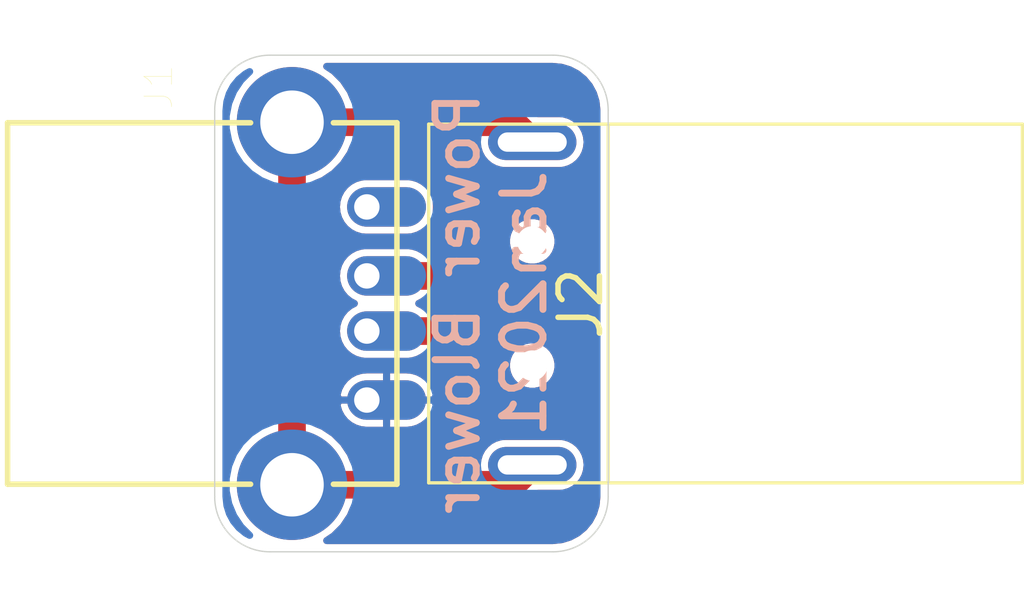
<source format=kicad_pcb>
(kicad_pcb (version 20171130) (host pcbnew 5.1.7-a382d34a8~88~ubuntu20.04.1)

  (general
    (thickness 1.6)
    (drawings 9)
    (tracks 7)
    (zones 0)
    (modules 2)
    (nets 7)
  )

  (page A4)
  (layers
    (0 F.Cu signal)
    (31 B.Cu signal)
    (32 B.Adhes user)
    (33 F.Adhes user)
    (34 B.Paste user)
    (35 F.Paste user)
    (36 B.SilkS user)
    (37 F.SilkS user)
    (38 B.Mask user)
    (39 F.Mask user)
    (40 Dwgs.User user)
    (41 Cmts.User user)
    (42 Eco1.User user)
    (43 Eco2.User user)
    (44 Edge.Cuts user)
    (45 Margin user)
    (46 B.CrtYd user)
    (47 F.CrtYd user)
    (48 B.Fab user)
    (49 F.Fab user)
  )

  (setup
    (last_trace_width 1)
    (user_trace_width 1)
    (trace_clearance 0.2)
    (zone_clearance 0.508)
    (zone_45_only no)
    (trace_min 0.2)
    (via_size 0.8)
    (via_drill 0.4)
    (via_min_size 0.4)
    (via_min_drill 0.3)
    (uvia_size 0.3)
    (uvia_drill 0.1)
    (uvias_allowed no)
    (uvia_min_size 0.2)
    (uvia_min_drill 0.1)
    (edge_width 0.05)
    (segment_width 0.2)
    (pcb_text_width 0.3)
    (pcb_text_size 1.5 1.5)
    (mod_edge_width 0.12)
    (mod_text_size 1 1)
    (mod_text_width 0.15)
    (pad_size 1.524 1.524)
    (pad_drill 0.762)
    (pad_to_mask_clearance 0)
    (aux_axis_origin 0 0)
    (visible_elements FFFFFF7F)
    (pcbplotparams
      (layerselection 0x010fc_ffffffff)
      (usegerberextensions false)
      (usegerberattributes true)
      (usegerberadvancedattributes true)
      (creategerberjobfile true)
      (excludeedgelayer true)
      (linewidth 0.100000)
      (plotframeref false)
      (viasonmask false)
      (mode 1)
      (useauxorigin false)
      (hpglpennumber 1)
      (hpglpenspeed 20)
      (hpglpendiameter 15.000000)
      (psnegative false)
      (psa4output false)
      (plotreference true)
      (plotvalue true)
      (plotinvisibletext false)
      (padsonsilk false)
      (subtractmaskfromsilk false)
      (outputformat 1)
      (mirror false)
      (drillshape 1)
      (scaleselection 1)
      (outputdirectory ""))
  )

  (net 0 "")
  (net 1 "Net-(J1-Pad3)")
  (net 2 "Net-(J1-Pad2)")
  (net 3 "Net-(J1-Pad5)")
  (net 4 "Net-(J1-Pad1)")
  (net 5 "Net-(J2-Pad1)")
  (net 6 GND)

  (net_class Default "This is the default net class."
    (clearance 0.2)
    (trace_width 0.25)
    (via_dia 0.8)
    (via_drill 0.4)
    (uvia_dia 0.3)
    (uvia_drill 0.1)
    (add_net GND)
    (add_net "Net-(J1-Pad1)")
    (add_net "Net-(J1-Pad2)")
    (add_net "Net-(J1-Pad3)")
    (add_net "Net-(J1-Pad5)")
    (add_net "Net-(J2-Pad1)")
  )

  (module tom-connectors:USB_A_PLUG_MOLEX_480372200 (layer F.Cu) (tedit 5FF2EB9F) (tstamp 5FF2A3F9)
    (at 167.5 96 90)
    (descr "Universal Serial Bus (USB) Shielded I/O Plug, Type A, Right-Angle, Surface Mount")
    (path /5FF2A8A5)
    (attr smd)
    (fp_text reference J2 (at 0 1.75 90) (layer F.SilkS)
      (effects (font (size 1.5 1.5) (thickness 0.2)))
    )
    (fp_text value USB_A (at 0 -5 90) (layer F.Fab)
      (effects (font (size 1.5 1.5) (thickness 0.2)))
    )
    (fp_line (start 6.5 17.75) (end -6.5 17.75) (layer F.SilkS) (width 0.12))
    (fp_line (start 6.5 -3.75) (end 6.5 17.75) (layer F.SilkS) (width 0.12))
    (fp_line (start -6.5 -3.75) (end 6.5 -3.75) (layer F.SilkS) (width 0.12))
    (fp_line (start -6.5 -3.75) (end -6.5 17.75) (layer F.SilkS) (width 0.12))
    (fp_line (start -6.5 -3.75) (end 6.5 -3.75) (layer F.CrtYd) (width 0.12))
    (fp_line (start 6.5 -3.75) (end 6.5 2.75) (layer F.CrtYd) (width 0.12))
    (fp_line (start 6.5 2.75) (end -6.5 2.75) (layer F.CrtYd) (width 0.12))
    (fp_line (start -6.5 2.75) (end -6.5 -3.75) (layer F.CrtYd) (width 0.12))
    (fp_line (start -6.5 2.75) (end 6.5 2.75) (layer F.SilkS) (width 0.12))
    (pad "" np_thru_hole circle (at 2.25 0 90) (size 1.1 1.1) (drill 1.1) (layers *.Cu *.Mask))
    (pad "" np_thru_hole circle (at -2.25 0 90) (size 1.1 1.1) (drill 1.1) (layers *.Cu *.Mask))
    (pad 4 smd rect (at -3.5 -2.6 90) (size 1.2 2) (layers F.Cu F.Paste F.Mask)
      (net 6 GND))
    (pad 3 smd rect (at -1 -2.6 90) (size 1.2 2) (layers F.Cu F.Paste F.Mask)
      (net 1 "Net-(J1-Pad3)"))
    (pad 2 smd rect (at 1 -2.6 90) (size 1.2 2) (layers F.Cu F.Paste F.Mask)
      (net 2 "Net-(J1-Pad2)"))
    (pad 1 smd rect (at 3.5 -2.6 90) (size 1.2 2) (layers F.Cu F.Paste F.Mask)
      (net 5 "Net-(J2-Pad1)"))
    (pad 5 thru_hole oval (at 5.85 0 90) (size 1.3 3.2) (drill oval 0.7 2.5) (layers *.Cu *.Mask)
      (net 3 "Net-(J1-Pad5)"))
    (pad 5 thru_hole oval (at -5.85 0 90) (size 1.3 3.2) (drill oval 0.7 2.5) (layers *.Cu *.Mask)
      (net 3 "Net-(J1-Pad5)"))
    (model /home/tom/git/TomKeddie/prj-pcb-experiments/tom-kicad/footprints/3dmodels/480372200.stp
      (offset (xyz 0 -8.4 0))
      (scale (xyz 1 1 1))
      (rotate (xyz -90 0 0))
    )
  )

  (module tom-connectors:OST_USB-A1HSW6 (layer F.Cu) (tedit 5F62EA29) (tstamp 5FF2A3EB)
    (at 155 96 270)
    (path /5FF2A3D4)
    (fp_text reference J1 (at -7.84845 1.02676 270) (layer F.SilkS)
      (effects (font (size 1.001717 1.001717) (thickness 0.015)))
    )
    (fp_text value USB_A (at 8.08097 -3.69734 270) (layer F.Fab)
      (effects (font (size 1.001984 1.001984) (thickness 0.015)))
    )
    (fp_line (start -6.8 -5.1) (end -6.8 -7.85) (layer F.CrtYd) (width 0.05))
    (fp_line (start -7.8 -5.1) (end -6.8 -5.1) (layer F.CrtYd) (width 0.05))
    (fp_line (start -7.8 -2.55) (end -7.8 -5.1) (layer F.CrtYd) (width 0.05))
    (fp_line (start -6.8 -2.55) (end -7.8 -2.55) (layer F.CrtYd) (width 0.05))
    (fp_line (start -6.8 6.75) (end -6.8 -2.55) (layer F.CrtYd) (width 0.05))
    (fp_line (start 6.8 6.75) (end -6.8 6.75) (layer F.CrtYd) (width 0.05))
    (fp_line (start 6.8 -2.55) (end 6.8 6.75) (layer F.CrtYd) (width 0.05))
    (fp_line (start 7.8 -2.55) (end 6.8 -2.55) (layer F.CrtYd) (width 0.05))
    (fp_line (start 7.8 -5.1) (end 7.8 -2.55) (layer F.CrtYd) (width 0.05))
    (fp_line (start 6.8 -5.1) (end 7.8 -5.1) (layer F.CrtYd) (width 0.05))
    (fp_line (start 6.8 -7.85) (end 6.8 -5.1) (layer F.CrtYd) (width 0.05))
    (fp_line (start -6.8 -7.85) (end 6.8 -7.85) (layer F.CrtYd) (width 0.05))
    (fp_line (start 6.55 -7.6) (end 6.55 -5.3) (layer F.SilkS) (width 0.2))
    (fp_line (start -6.55 -7.6) (end 6.55 -7.6) (layer F.SilkS) (width 0.2))
    (fp_line (start -6.55 -5.3) (end -6.55 -7.6) (layer F.SilkS) (width 0.2))
    (fp_line (start 6.55 6.5) (end 6.55 -2.3) (layer F.SilkS) (width 0.2))
    (fp_line (start -6.55 6.5) (end 6.55 6.5) (layer F.SilkS) (width 0.2))
    (fp_line (start -6.55 -2.3) (end -6.55 6.5) (layer F.SilkS) (width 0.2))
    (pad 4 thru_hole oval (at 3.5 -6.51 270) (size 1.428 2.856) (drill oval 0.92 (offset 0 -0.714)) (layers *.Cu *.Mask)
      (net 6 GND))
    (pad 3 thru_hole oval (at 1 -6.51 270) (size 1.428 2.856) (drill oval 0.92 (offset 0 -0.714)) (layers *.Cu *.Mask)
      (net 1 "Net-(J1-Pad3)"))
    (pad 2 thru_hole oval (at -1 -6.51 270) (size 1.428 2.856) (drill oval 0.92 (offset 0 -0.714)) (layers *.Cu *.Mask)
      (net 2 "Net-(J1-Pad2)"))
    (pad 5 thru_hole circle (at 6.57 -3.8 270) (size 4 4) (drill 2.3) (layers *.Cu *.Mask)
      (net 3 "Net-(J1-Pad5)"))
    (pad 5 thru_hole circle (at -6.57 -3.8 270) (size 4 4) (drill 2.3) (layers *.Cu *.Mask)
      (net 3 "Net-(J1-Pad5)"))
    (pad 1 thru_hole oval (at -3.5 -6.51 270) (size 1.428 2.856) (drill oval 0.92 (offset 0 -0.714)) (layers *.Cu *.Mask)
      (net 4 "Net-(J1-Pad1)"))
    (model /home/tom/git/TomKeddie/prj-pcb-experiments/tom-kicad/footprints/3dmodels/USB-A1HSW6--3DModel-STEP-56544.STEP
      (offset (xyz 0 -6.5 4))
      (scale (xyz 1 1 1))
      (rotate (xyz -90 0 0))
    )
  )

  (gr_text "Power Blower\nJan2021" (at 166 96 90) (layer B.SilkS)
    (effects (font (size 1.5 1.5) (thickness 0.25)) (justify mirror))
  )
  (gr_arc (start 168.25 103) (end 168.25 105) (angle -90) (layer Edge.Cuts) (width 0.05) (tstamp 5FF2EC0F))
  (gr_line (start 158 105) (end 168.25 105) (layer Edge.Cuts) (width 0.05))
  (gr_line (start 156 89) (end 156 103) (layer Edge.Cuts) (width 0.05) (tstamp 5FF2EC08))
  (gr_arc (start 158 103) (end 156 103) (angle -90) (layer Edge.Cuts) (width 0.05) (tstamp 5FF2EC01))
  (gr_line (start 168.25 87) (end 158 87) (layer Edge.Cuts) (width 0.05) (tstamp 5FF2EBF5))
  (gr_arc (start 168.25 89) (end 170.25 89) (angle -90) (layer Edge.Cuts) (width 0.05) (tstamp 5FF2EBE6))
  (gr_arc (start 158 89) (end 158 87) (angle -90) (layer Edge.Cuts) (width 0.05))
  (gr_line (start 170.25 103) (end 170.25 89) (layer Edge.Cuts) (width 0.05) (tstamp 5FF2A63C))

  (segment (start 164.9 97) (end 161.51 97) (width 1) (layer F.Cu) (net 1))
  (segment (start 164.9 95) (end 161.51 95) (width 1) (layer F.Cu) (net 2))
  (segment (start 158.8 102.57) (end 158.8 89.43) (width 1) (layer F.Cu) (net 3))
  (segment (start 166.78 89.43) (end 167.5 90.15) (width 1) (layer F.Cu) (net 3))
  (segment (start 158.8 89.43) (end 166.78 89.43) (width 1) (layer F.Cu) (net 3))
  (segment (start 166.78 102.57) (end 167.5 101.85) (width 1) (layer F.Cu) (net 3))
  (segment (start 158.8 102.57) (end 166.78 102.57) (width 1) (layer F.Cu) (net 3))

  (zone (net 6) (net_name GND) (layer F.Cu) (tstamp 0) (hatch edge 0.508)
    (connect_pads (clearance 0.254))
    (min_thickness 0.254)
    (fill yes (arc_segments 32) (thermal_gap 0.254) (thermal_bridge_width 0.255))
    (polygon
      (pts
        (xy 174 107) (xy 155 107) (xy 155 85) (xy 174 85)
      )
    )
    (filled_polygon
      (pts
        (xy 168.559229 87.438267) (xy 168.856688 87.528075) (xy 169.131028 87.673945) (xy 169.371813 87.870325) (xy 169.569873 88.109736)
        (xy 169.717654 88.383053) (xy 169.809535 88.679872) (xy 169.844001 89.007792) (xy 169.844 102.980146) (xy 169.811733 103.30923)
        (xy 169.721926 103.606684) (xy 169.576056 103.881025) (xy 169.379675 104.121813) (xy 169.140265 104.319871) (xy 168.866948 104.467654)
        (xy 168.570128 104.559535) (xy 168.242218 104.594) (xy 160.056558 104.594) (xy 160.317799 104.419444) (xy 160.649444 104.087799)
        (xy 160.910015 103.697827) (xy 161.012254 103.451) (xy 166.73673 103.451) (xy 166.78 103.455262) (xy 166.82327 103.451)
        (xy 166.823273 103.451) (xy 166.952706 103.438252) (xy 167.118775 103.387875) (xy 167.271825 103.306068) (xy 167.405975 103.195975)
        (xy 167.433565 103.162356) (xy 167.714921 102.881) (xy 168.500645 102.881) (xy 168.652111 102.866082) (xy 168.846455 102.807128)
        (xy 169.025564 102.711393) (xy 169.182554 102.582554) (xy 169.311393 102.425564) (xy 169.407128 102.246455) (xy 169.466082 102.052111)
        (xy 169.485988 101.85) (xy 169.466082 101.647889) (xy 169.407128 101.453545) (xy 169.311393 101.274436) (xy 169.182554 101.117446)
        (xy 169.025564 100.988607) (xy 168.846455 100.892872) (xy 168.652111 100.833918) (xy 168.500645 100.819) (xy 166.499355 100.819)
        (xy 166.347889 100.833918) (xy 166.153545 100.892872) (xy 165.974436 100.988607) (xy 165.817446 101.117446) (xy 165.688607 101.274436)
        (xy 165.592872 101.453545) (xy 165.533918 101.647889) (xy 165.529869 101.689) (xy 161.012254 101.689) (xy 160.910015 101.442173)
        (xy 160.649444 101.052201) (xy 160.317799 100.720556) (xy 159.927827 100.459985) (xy 159.681 100.357746) (xy 159.681 99.67179)
        (xy 160.428559 99.67179) (xy 160.435944 99.713133) (xy 160.498162 99.918576) (xy 160.599264 100.107933) (xy 160.735365 100.273928)
        (xy 160.901235 100.410181) (xy 161.0905 100.511456) (xy 161.295886 100.573862) (xy 161.5095 100.595) (xy 162.2235 100.595)
        (xy 162.2235 99.5005) (xy 162.2245 99.5005) (xy 162.2245 100.595) (xy 162.9385 100.595) (xy 163.152114 100.573862)
        (xy 163.3575 100.511456) (xy 163.546765 100.410181) (xy 163.615407 100.353795) (xy 163.629289 100.370711) (xy 163.687304 100.418322)
        (xy 163.753492 100.453701) (xy 163.825311 100.475487) (xy 163.9 100.482843) (xy 164.80425 100.481) (xy 164.8995 100.38575)
        (xy 164.8995 99.5005) (xy 164.9005 99.5005) (xy 164.9005 100.38575) (xy 164.99575 100.481) (xy 165.9 100.482843)
        (xy 165.974689 100.475487) (xy 166.046508 100.453701) (xy 166.112696 100.418322) (xy 166.170711 100.370711) (xy 166.218322 100.312696)
        (xy 166.253701 100.246508) (xy 166.275487 100.174689) (xy 166.282843 100.1) (xy 166.281 99.59575) (xy 166.18575 99.5005)
        (xy 164.9005 99.5005) (xy 164.8995 99.5005) (xy 162.2245 99.5005) (xy 162.2235 99.5005) (xy 160.51025 99.5005)
        (xy 160.428559 99.67179) (xy 159.681 99.67179) (xy 159.681 99.32821) (xy 160.428559 99.32821) (xy 160.51025 99.4995)
        (xy 162.2235 99.4995) (xy 162.2235 98.405) (xy 162.2245 98.405) (xy 162.2245 99.4995) (xy 164.8995 99.4995)
        (xy 164.8995 98.61425) (xy 164.9005 98.61425) (xy 164.9005 99.4995) (xy 166.18575 99.4995) (xy 166.281 99.40425)
        (xy 166.282843 98.9) (xy 166.275487 98.825311) (xy 166.253701 98.753492) (xy 166.218322 98.687304) (xy 166.170711 98.629289)
        (xy 166.112696 98.581678) (xy 166.046508 98.546299) (xy 165.974689 98.524513) (xy 165.9 98.517157) (xy 164.99575 98.519)
        (xy 164.9005 98.61425) (xy 164.8995 98.61425) (xy 164.80425 98.519) (xy 163.9 98.517157) (xy 163.825311 98.524513)
        (xy 163.753492 98.546299) (xy 163.687304 98.581678) (xy 163.629289 98.629289) (xy 163.615407 98.646205) (xy 163.546765 98.589819)
        (xy 163.3575 98.488544) (xy 163.152114 98.426138) (xy 162.9385 98.405) (xy 162.2245 98.405) (xy 162.2235 98.405)
        (xy 161.5095 98.405) (xy 161.295886 98.426138) (xy 161.0905 98.488544) (xy 160.901235 98.589819) (xy 160.735365 98.726072)
        (xy 160.599264 98.892067) (xy 160.498162 99.081424) (xy 160.435944 99.286867) (xy 160.428559 99.32821) (xy 159.681 99.32821)
        (xy 159.681 98.158304) (xy 166.569 98.158304) (xy 166.569 98.341696) (xy 166.604778 98.521563) (xy 166.674958 98.690994)
        (xy 166.776845 98.843478) (xy 166.906522 98.973155) (xy 167.059006 99.075042) (xy 167.228437 99.145222) (xy 167.408304 99.181)
        (xy 167.591696 99.181) (xy 167.771563 99.145222) (xy 167.940994 99.075042) (xy 168.093478 98.973155) (xy 168.223155 98.843478)
        (xy 168.325042 98.690994) (xy 168.395222 98.521563) (xy 168.431 98.341696) (xy 168.431 98.158304) (xy 168.395222 97.978437)
        (xy 168.325042 97.809006) (xy 168.223155 97.656522) (xy 168.093478 97.526845) (xy 167.940994 97.424958) (xy 167.771563 97.354778)
        (xy 167.591696 97.319) (xy 167.408304 97.319) (xy 167.228437 97.354778) (xy 167.059006 97.424958) (xy 166.906522 97.526845)
        (xy 166.776845 97.656522) (xy 166.674958 97.809006) (xy 166.604778 97.978437) (xy 166.569 98.158304) (xy 159.681 98.158304)
        (xy 159.681 95) (xy 160.409702 95) (xy 160.430844 95.214657) (xy 160.493457 95.421066) (xy 160.595136 95.611293)
        (xy 160.731972 95.778028) (xy 160.898707 95.914864) (xy 161.057984 96) (xy 160.898707 96.085136) (xy 160.731972 96.221972)
        (xy 160.595136 96.388707) (xy 160.493457 96.578934) (xy 160.430844 96.785343) (xy 160.409702 97) (xy 160.430844 97.214657)
        (xy 160.493457 97.421066) (xy 160.595136 97.611293) (xy 160.731972 97.778028) (xy 160.898707 97.914864) (xy 161.088934 98.016543)
        (xy 161.295343 98.079156) (xy 161.456209 98.095) (xy 162.991791 98.095) (xy 163.152657 98.079156) (xy 163.359066 98.016543)
        (xy 163.549293 97.914864) (xy 163.590556 97.881) (xy 163.641826 97.881) (xy 163.687304 97.918322) (xy 163.753492 97.953701)
        (xy 163.825311 97.975487) (xy 163.9 97.982843) (xy 165.9 97.982843) (xy 165.974689 97.975487) (xy 166.046508 97.953701)
        (xy 166.112696 97.918322) (xy 166.170711 97.870711) (xy 166.218322 97.812696) (xy 166.253701 97.746508) (xy 166.275487 97.674689)
        (xy 166.282843 97.6) (xy 166.282843 96.4) (xy 166.275487 96.325311) (xy 166.253701 96.253492) (xy 166.218322 96.187304)
        (xy 166.170711 96.129289) (xy 166.112696 96.081678) (xy 166.046508 96.046299) (xy 165.974689 96.024513) (xy 165.9 96.017157)
        (xy 163.9 96.017157) (xy 163.825311 96.024513) (xy 163.753492 96.046299) (xy 163.687304 96.081678) (xy 163.641826 96.119)
        (xy 163.590556 96.119) (xy 163.549293 96.085136) (xy 163.390016 96) (xy 163.549293 95.914864) (xy 163.590556 95.881)
        (xy 163.641826 95.881) (xy 163.687304 95.918322) (xy 163.753492 95.953701) (xy 163.825311 95.975487) (xy 163.9 95.982843)
        (xy 165.9 95.982843) (xy 165.974689 95.975487) (xy 166.046508 95.953701) (xy 166.112696 95.918322) (xy 166.170711 95.870711)
        (xy 166.218322 95.812696) (xy 166.253701 95.746508) (xy 166.275487 95.674689) (xy 166.282843 95.6) (xy 166.282843 94.4)
        (xy 166.275487 94.325311) (xy 166.253701 94.253492) (xy 166.218322 94.187304) (xy 166.170711 94.129289) (xy 166.112696 94.081678)
        (xy 166.046508 94.046299) (xy 165.974689 94.024513) (xy 165.9 94.017157) (xy 163.9 94.017157) (xy 163.825311 94.024513)
        (xy 163.753492 94.046299) (xy 163.687304 94.081678) (xy 163.641826 94.119) (xy 163.590556 94.119) (xy 163.549293 94.085136)
        (xy 163.359066 93.983457) (xy 163.152657 93.920844) (xy 162.991791 93.905) (xy 161.456209 93.905) (xy 161.295343 93.920844)
        (xy 161.088934 93.983457) (xy 160.898707 94.085136) (xy 160.731972 94.221972) (xy 160.595136 94.388707) (xy 160.493457 94.578934)
        (xy 160.430844 94.785343) (xy 160.409702 95) (xy 159.681 95) (xy 159.681 93.658304) (xy 166.569 93.658304)
        (xy 166.569 93.841696) (xy 166.604778 94.021563) (xy 166.674958 94.190994) (xy 166.776845 94.343478) (xy 166.906522 94.473155)
        (xy 167.059006 94.575042) (xy 167.228437 94.645222) (xy 167.408304 94.681) (xy 167.591696 94.681) (xy 167.771563 94.645222)
        (xy 167.940994 94.575042) (xy 168.093478 94.473155) (xy 168.223155 94.343478) (xy 168.325042 94.190994) (xy 168.395222 94.021563)
        (xy 168.431 93.841696) (xy 168.431 93.658304) (xy 168.395222 93.478437) (xy 168.325042 93.309006) (xy 168.223155 93.156522)
        (xy 168.093478 93.026845) (xy 167.940994 92.924958) (xy 167.771563 92.854778) (xy 167.591696 92.819) (xy 167.408304 92.819)
        (xy 167.228437 92.854778) (xy 167.059006 92.924958) (xy 166.906522 93.026845) (xy 166.776845 93.156522) (xy 166.674958 93.309006)
        (xy 166.604778 93.478437) (xy 166.569 93.658304) (xy 159.681 93.658304) (xy 159.681 92.5) (xy 160.409702 92.5)
        (xy 160.430844 92.714657) (xy 160.493457 92.921066) (xy 160.595136 93.111293) (xy 160.731972 93.278028) (xy 160.898707 93.414864)
        (xy 161.088934 93.516543) (xy 161.295343 93.579156) (xy 161.456209 93.595) (xy 162.991791 93.595) (xy 163.152657 93.579156)
        (xy 163.359066 93.516543) (xy 163.549293 93.414864) (xy 163.618747 93.357865) (xy 163.629289 93.370711) (xy 163.687304 93.418322)
        (xy 163.753492 93.453701) (xy 163.825311 93.475487) (xy 163.9 93.482843) (xy 165.9 93.482843) (xy 165.974689 93.475487)
        (xy 166.046508 93.453701) (xy 166.112696 93.418322) (xy 166.170711 93.370711) (xy 166.218322 93.312696) (xy 166.253701 93.246508)
        (xy 166.275487 93.174689) (xy 166.282843 93.1) (xy 166.282843 91.9) (xy 166.275487 91.825311) (xy 166.253701 91.753492)
        (xy 166.218322 91.687304) (xy 166.170711 91.629289) (xy 166.112696 91.581678) (xy 166.046508 91.546299) (xy 165.974689 91.524513)
        (xy 165.9 91.517157) (xy 163.9 91.517157) (xy 163.825311 91.524513) (xy 163.753492 91.546299) (xy 163.687304 91.581678)
        (xy 163.629289 91.629289) (xy 163.618747 91.642135) (xy 163.549293 91.585136) (xy 163.359066 91.483457) (xy 163.152657 91.420844)
        (xy 162.991791 91.405) (xy 161.456209 91.405) (xy 161.295343 91.420844) (xy 161.088934 91.483457) (xy 160.898707 91.585136)
        (xy 160.731972 91.721972) (xy 160.595136 91.888707) (xy 160.493457 92.078934) (xy 160.430844 92.285343) (xy 160.409702 92.5)
        (xy 159.681 92.5) (xy 159.681 91.642254) (xy 159.927827 91.540015) (xy 160.317799 91.279444) (xy 160.649444 90.947799)
        (xy 160.910015 90.557827) (xy 161.012254 90.311) (xy 165.529869 90.311) (xy 165.533918 90.352111) (xy 165.592872 90.546455)
        (xy 165.688607 90.725564) (xy 165.817446 90.882554) (xy 165.974436 91.011393) (xy 166.153545 91.107128) (xy 166.347889 91.166082)
        (xy 166.499355 91.181) (xy 168.500645 91.181) (xy 168.652111 91.166082) (xy 168.846455 91.107128) (xy 169.025564 91.011393)
        (xy 169.182554 90.882554) (xy 169.311393 90.725564) (xy 169.407128 90.546455) (xy 169.466082 90.352111) (xy 169.485988 90.15)
        (xy 169.466082 89.947889) (xy 169.407128 89.753545) (xy 169.311393 89.574436) (xy 169.182554 89.417446) (xy 169.025564 89.288607)
        (xy 168.846455 89.192872) (xy 168.652111 89.133918) (xy 168.500645 89.119) (xy 167.714921 89.119) (xy 167.433565 88.837644)
        (xy 167.405975 88.804025) (xy 167.271825 88.693932) (xy 167.118775 88.612125) (xy 166.952706 88.561748) (xy 166.823273 88.549)
        (xy 166.82327 88.549) (xy 166.78 88.544738) (xy 166.73673 88.549) (xy 161.012254 88.549) (xy 160.910015 88.302173)
        (xy 160.649444 87.912201) (xy 160.317799 87.580556) (xy 160.056558 87.406) (xy 168.230146 87.406)
      )
    )
  )
  (zone (net 6) (net_name GND) (layer B.Cu) (tstamp 0) (hatch edge 0.508)
    (connect_pads (clearance 0.254))
    (min_thickness 0.254)
    (fill yes (arc_segments 32) (thermal_gap 0.254) (thermal_bridge_width 0.255))
    (polygon
      (pts
        (xy 174 107) (xy 155 107) (xy 155 85) (xy 174 85)
      )
    )
    (filled_polygon
      (pts
        (xy 168.559229 87.438267) (xy 168.856688 87.528075) (xy 169.131028 87.673945) (xy 169.371813 87.870325) (xy 169.569873 88.109736)
        (xy 169.717654 88.383053) (xy 169.809535 88.679872) (xy 169.844001 89.007792) (xy 169.844 102.980146) (xy 169.811733 103.30923)
        (xy 169.721926 103.606684) (xy 169.576056 103.881025) (xy 169.379675 104.121813) (xy 169.140265 104.319871) (xy 168.866948 104.467654)
        (xy 168.570128 104.559535) (xy 168.242218 104.594) (xy 160.056558 104.594) (xy 160.317799 104.419444) (xy 160.649444 104.087799)
        (xy 160.910015 103.697827) (xy 161.0895 103.264512) (xy 161.181 102.804508) (xy 161.181 102.335492) (xy 161.0895 101.875488)
        (xy 161.078943 101.85) (xy 165.514012 101.85) (xy 165.533918 102.052111) (xy 165.592872 102.246455) (xy 165.688607 102.425564)
        (xy 165.817446 102.582554) (xy 165.974436 102.711393) (xy 166.153545 102.807128) (xy 166.347889 102.866082) (xy 166.499355 102.881)
        (xy 168.500645 102.881) (xy 168.652111 102.866082) (xy 168.846455 102.807128) (xy 169.025564 102.711393) (xy 169.182554 102.582554)
        (xy 169.311393 102.425564) (xy 169.407128 102.246455) (xy 169.466082 102.052111) (xy 169.485988 101.85) (xy 169.466082 101.647889)
        (xy 169.407128 101.453545) (xy 169.311393 101.274436) (xy 169.182554 101.117446) (xy 169.025564 100.988607) (xy 168.846455 100.892872)
        (xy 168.652111 100.833918) (xy 168.500645 100.819) (xy 166.499355 100.819) (xy 166.347889 100.833918) (xy 166.153545 100.892872)
        (xy 165.974436 100.988607) (xy 165.817446 101.117446) (xy 165.688607 101.274436) (xy 165.592872 101.453545) (xy 165.533918 101.647889)
        (xy 165.514012 101.85) (xy 161.078943 101.85) (xy 160.910015 101.442173) (xy 160.649444 101.052201) (xy 160.317799 100.720556)
        (xy 159.927827 100.459985) (xy 159.494512 100.2805) (xy 159.034508 100.189) (xy 158.565492 100.189) (xy 158.105488 100.2805)
        (xy 157.672173 100.459985) (xy 157.282201 100.720556) (xy 156.950556 101.052201) (xy 156.689985 101.442173) (xy 156.5105 101.875488)
        (xy 156.419 102.335492) (xy 156.419 102.804508) (xy 156.5105 103.264512) (xy 156.689985 103.697827) (xy 156.950556 104.087799)
        (xy 157.26811 104.405353) (xy 157.118975 104.326056) (xy 156.878187 104.129675) (xy 156.680129 103.890265) (xy 156.532346 103.616948)
        (xy 156.440465 103.320128) (xy 156.406 102.992218) (xy 156.406 99.67179) (xy 160.428559 99.67179) (xy 160.435944 99.713133)
        (xy 160.498162 99.918576) (xy 160.599264 100.107933) (xy 160.735365 100.273928) (xy 160.901235 100.410181) (xy 161.0905 100.511456)
        (xy 161.295886 100.573862) (xy 161.5095 100.595) (xy 162.2235 100.595) (xy 162.2235 99.5005) (xy 162.2245 99.5005)
        (xy 162.2245 100.595) (xy 162.9385 100.595) (xy 163.152114 100.573862) (xy 163.3575 100.511456) (xy 163.546765 100.410181)
        (xy 163.712635 100.273928) (xy 163.848736 100.107933) (xy 163.949838 99.918576) (xy 164.012056 99.713133) (xy 164.019441 99.67179)
        (xy 163.93775 99.5005) (xy 162.2245 99.5005) (xy 162.2235 99.5005) (xy 160.51025 99.5005) (xy 160.428559 99.67179)
        (xy 156.406 99.67179) (xy 156.406 99.32821) (xy 160.428559 99.32821) (xy 160.51025 99.4995) (xy 162.2235 99.4995)
        (xy 162.2235 98.405) (xy 162.2245 98.405) (xy 162.2245 99.4995) (xy 163.93775 99.4995) (xy 164.019441 99.32821)
        (xy 164.012056 99.286867) (xy 163.949838 99.081424) (xy 163.848736 98.892067) (xy 163.712635 98.726072) (xy 163.546765 98.589819)
        (xy 163.3575 98.488544) (xy 163.152114 98.426138) (xy 162.9385 98.405) (xy 162.2245 98.405) (xy 162.2235 98.405)
        (xy 161.5095 98.405) (xy 161.295886 98.426138) (xy 161.0905 98.488544) (xy 160.901235 98.589819) (xy 160.735365 98.726072)
        (xy 160.599264 98.892067) (xy 160.498162 99.081424) (xy 160.435944 99.286867) (xy 160.428559 99.32821) (xy 156.406 99.32821)
        (xy 156.406 98.158304) (xy 166.569 98.158304) (xy 166.569 98.341696) (xy 166.604778 98.521563) (xy 166.674958 98.690994)
        (xy 166.776845 98.843478) (xy 166.906522 98.973155) (xy 167.059006 99.075042) (xy 167.228437 99.145222) (xy 167.408304 99.181)
        (xy 167.591696 99.181) (xy 167.771563 99.145222) (xy 167.940994 99.075042) (xy 168.093478 98.973155) (xy 168.223155 98.843478)
        (xy 168.325042 98.690994) (xy 168.395222 98.521563) (xy 168.431 98.341696) (xy 168.431 98.158304) (xy 168.395222 97.978437)
        (xy 168.325042 97.809006) (xy 168.223155 97.656522) (xy 168.093478 97.526845) (xy 167.940994 97.424958) (xy 167.771563 97.354778)
        (xy 167.591696 97.319) (xy 167.408304 97.319) (xy 167.228437 97.354778) (xy 167.059006 97.424958) (xy 166.906522 97.526845)
        (xy 166.776845 97.656522) (xy 166.674958 97.809006) (xy 166.604778 97.978437) (xy 166.569 98.158304) (xy 156.406 98.158304)
        (xy 156.406 95) (xy 160.409702 95) (xy 160.430844 95.214657) (xy 160.493457 95.421066) (xy 160.595136 95.611293)
        (xy 160.731972 95.778028) (xy 160.898707 95.914864) (xy 161.057984 96) (xy 160.898707 96.085136) (xy 160.731972 96.221972)
        (xy 160.595136 96.388707) (xy 160.493457 96.578934) (xy 160.430844 96.785343) (xy 160.409702 97) (xy 160.430844 97.214657)
        (xy 160.493457 97.421066) (xy 160.595136 97.611293) (xy 160.731972 97.778028) (xy 160.898707 97.914864) (xy 161.088934 98.016543)
        (xy 161.295343 98.079156) (xy 161.456209 98.095) (xy 162.991791 98.095) (xy 163.152657 98.079156) (xy 163.359066 98.016543)
        (xy 163.549293 97.914864) (xy 163.716028 97.778028) (xy 163.852864 97.611293) (xy 163.954543 97.421066) (xy 164.017156 97.214657)
        (xy 164.038298 97) (xy 164.017156 96.785343) (xy 163.954543 96.578934) (xy 163.852864 96.388707) (xy 163.716028 96.221972)
        (xy 163.549293 96.085136) (xy 163.390016 96) (xy 163.549293 95.914864) (xy 163.716028 95.778028) (xy 163.852864 95.611293)
        (xy 163.954543 95.421066) (xy 164.017156 95.214657) (xy 164.038298 95) (xy 164.017156 94.785343) (xy 163.954543 94.578934)
        (xy 163.852864 94.388707) (xy 163.716028 94.221972) (xy 163.549293 94.085136) (xy 163.359066 93.983457) (xy 163.152657 93.920844)
        (xy 162.991791 93.905) (xy 161.456209 93.905) (xy 161.295343 93.920844) (xy 161.088934 93.983457) (xy 160.898707 94.085136)
        (xy 160.731972 94.221972) (xy 160.595136 94.388707) (xy 160.493457 94.578934) (xy 160.430844 94.785343) (xy 160.409702 95)
        (xy 156.406 95) (xy 156.406 93.658304) (xy 166.569 93.658304) (xy 166.569 93.841696) (xy 166.604778 94.021563)
        (xy 166.674958 94.190994) (xy 166.776845 94.343478) (xy 166.906522 94.473155) (xy 167.059006 94.575042) (xy 167.228437 94.645222)
        (xy 167.408304 94.681) (xy 167.591696 94.681) (xy 167.771563 94.645222) (xy 167.940994 94.575042) (xy 168.093478 94.473155)
        (xy 168.223155 94.343478) (xy 168.325042 94.190994) (xy 168.395222 94.021563) (xy 168.431 93.841696) (xy 168.431 93.658304)
        (xy 168.395222 93.478437) (xy 168.325042 93.309006) (xy 168.223155 93.156522) (xy 168.093478 93.026845) (xy 167.940994 92.924958)
        (xy 167.771563 92.854778) (xy 167.591696 92.819) (xy 167.408304 92.819) (xy 167.228437 92.854778) (xy 167.059006 92.924958)
        (xy 166.906522 93.026845) (xy 166.776845 93.156522) (xy 166.674958 93.309006) (xy 166.604778 93.478437) (xy 166.569 93.658304)
        (xy 156.406 93.658304) (xy 156.406 92.5) (xy 160.409702 92.5) (xy 160.430844 92.714657) (xy 160.493457 92.921066)
        (xy 160.595136 93.111293) (xy 160.731972 93.278028) (xy 160.898707 93.414864) (xy 161.088934 93.516543) (xy 161.295343 93.579156)
        (xy 161.456209 93.595) (xy 162.991791 93.595) (xy 163.152657 93.579156) (xy 163.359066 93.516543) (xy 163.549293 93.414864)
        (xy 163.716028 93.278028) (xy 163.852864 93.111293) (xy 163.954543 92.921066) (xy 164.017156 92.714657) (xy 164.038298 92.5)
        (xy 164.017156 92.285343) (xy 163.954543 92.078934) (xy 163.852864 91.888707) (xy 163.716028 91.721972) (xy 163.549293 91.585136)
        (xy 163.359066 91.483457) (xy 163.152657 91.420844) (xy 162.991791 91.405) (xy 161.456209 91.405) (xy 161.295343 91.420844)
        (xy 161.088934 91.483457) (xy 160.898707 91.585136) (xy 160.731972 91.721972) (xy 160.595136 91.888707) (xy 160.493457 92.078934)
        (xy 160.430844 92.285343) (xy 160.409702 92.5) (xy 156.406 92.5) (xy 156.406 89.019854) (xy 156.438267 88.690771)
        (xy 156.528075 88.393312) (xy 156.673945 88.118972) (xy 156.870325 87.878187) (xy 157.109736 87.680127) (xy 157.268441 87.594316)
        (xy 156.950556 87.912201) (xy 156.689985 88.302173) (xy 156.5105 88.735488) (xy 156.419 89.195492) (xy 156.419 89.664508)
        (xy 156.5105 90.124512) (xy 156.689985 90.557827) (xy 156.950556 90.947799) (xy 157.282201 91.279444) (xy 157.672173 91.540015)
        (xy 158.105488 91.7195) (xy 158.565492 91.811) (xy 159.034508 91.811) (xy 159.494512 91.7195) (xy 159.927827 91.540015)
        (xy 160.317799 91.279444) (xy 160.649444 90.947799) (xy 160.910015 90.557827) (xy 161.078942 90.15) (xy 165.514012 90.15)
        (xy 165.533918 90.352111) (xy 165.592872 90.546455) (xy 165.688607 90.725564) (xy 165.817446 90.882554) (xy 165.974436 91.011393)
        (xy 166.153545 91.107128) (xy 166.347889 91.166082) (xy 166.499355 91.181) (xy 168.500645 91.181) (xy 168.652111 91.166082)
        (xy 168.846455 91.107128) (xy 169.025564 91.011393) (xy 169.182554 90.882554) (xy 169.311393 90.725564) (xy 169.407128 90.546455)
        (xy 169.466082 90.352111) (xy 169.485988 90.15) (xy 169.466082 89.947889) (xy 169.407128 89.753545) (xy 169.311393 89.574436)
        (xy 169.182554 89.417446) (xy 169.025564 89.288607) (xy 168.846455 89.192872) (xy 168.652111 89.133918) (xy 168.500645 89.119)
        (xy 166.499355 89.119) (xy 166.347889 89.133918) (xy 166.153545 89.192872) (xy 165.974436 89.288607) (xy 165.817446 89.417446)
        (xy 165.688607 89.574436) (xy 165.592872 89.753545) (xy 165.533918 89.947889) (xy 165.514012 90.15) (xy 161.078942 90.15)
        (xy 161.0895 90.124512) (xy 161.181 89.664508) (xy 161.181 89.195492) (xy 161.0895 88.735488) (xy 160.910015 88.302173)
        (xy 160.649444 87.912201) (xy 160.317799 87.580556) (xy 160.056558 87.406) (xy 168.230146 87.406)
      )
    )
  )
)

</source>
